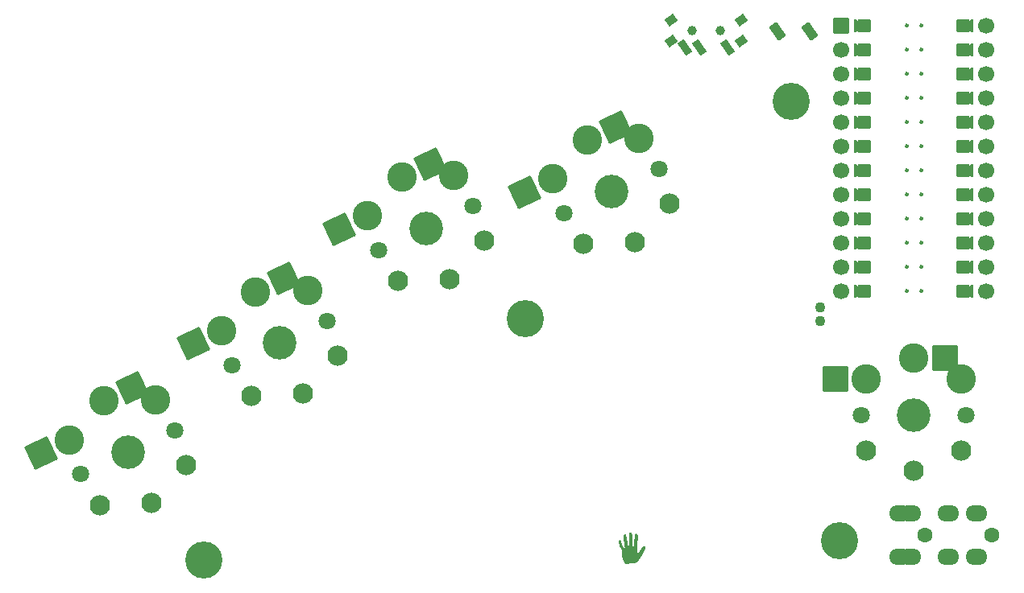
<source format=gbr>
%TF.GenerationSoftware,KiCad,Pcbnew,(6.0.7)*%
%TF.CreationDate,2022-08-09T03:43:16+01:00*%
%TF.ProjectId,digitsbest,64696769-7473-4626-9573-742e6b696361,v1.0.0*%
%TF.SameCoordinates,Original*%
%TF.FileFunction,Soldermask,Top*%
%TF.FilePolarity,Negative*%
%FSLAX46Y46*%
G04 Gerber Fmt 4.6, Leading zero omitted, Abs format (unit mm)*
G04 Created by KiCad (PCBNEW (6.0.7)) date 2022-08-09 03:43:16*
%MOMM*%
%LPD*%
G01*
G04 APERTURE LIST*
G04 Aperture macros list*
%AMRoundRect*
0 Rectangle with rounded corners*
0 $1 Rounding radius*
0 $2 $3 $4 $5 $6 $7 $8 $9 X,Y pos of 4 corners*
0 Add a 4 corners polygon primitive as box body*
4,1,4,$2,$3,$4,$5,$6,$7,$8,$9,$2,$3,0*
0 Add four circle primitives for the rounded corners*
1,1,$1+$1,$2,$3*
1,1,$1+$1,$4,$5*
1,1,$1+$1,$6,$7*
1,1,$1+$1,$8,$9*
0 Add four rect primitives between the rounded corners*
20,1,$1+$1,$2,$3,$4,$5,0*
20,1,$1+$1,$4,$5,$6,$7,0*
20,1,$1+$1,$6,$7,$8,$9,0*
20,1,$1+$1,$8,$9,$2,$3,0*%
%AMFreePoly0*
4,1,14,0.635355,0.435355,0.650000,0.400000,0.650000,0.200000,0.635355,0.164645,0.035355,-0.435355,0.000000,-0.450000,-0.035355,-0.435355,-0.635355,0.164645,-0.650000,0.200000,-0.650000,0.400000,-0.635355,0.435355,-0.600000,0.450000,0.600000,0.450000,0.635355,0.435355,0.635355,0.435355,$1*%
%AMFreePoly1*
4,1,16,0.635355,1.035355,0.650000,1.000000,0.650000,-0.250000,0.635355,-0.285355,0.600000,-0.300000,-0.600000,-0.300000,-0.635355,-0.285355,-0.650000,-0.250000,-0.650000,1.000000,-0.635355,1.035355,-0.600000,1.050000,-0.564645,1.035355,0.000000,0.470710,0.564645,1.035355,0.600000,1.050000,0.635355,1.035355,0.635355,1.035355,$1*%
G04 Aperture macros list end*
%ADD10C,0.250000*%
%ADD11C,0.100000*%
%ADD12C,3.900000*%
%ADD13RoundRect,0.050000X0.118922X-0.954389X0.856158X-0.438170X-0.118922X0.954389X-0.856158X0.438170X0*%
%ADD14C,1.801800*%
%ADD15C,3.100000*%
%ADD16C,3.529000*%
%ADD17RoundRect,0.050000X-1.300000X-1.300000X1.300000X-1.300000X1.300000X1.300000X-1.300000X1.300000X0*%
%ADD18C,1.600000*%
%ADD19O,2.300000X1.700000*%
%ADD20RoundRect,0.050000X-0.628796X-1.727604X1.727604X-0.628796X0.628796X1.727604X-1.727604X0.628796X0*%
%ADD21C,1.100000*%
%ADD22C,2.132000*%
%ADD23FreePoly0,90.000000*%
%ADD24C,1.700000*%
%ADD25FreePoly0,270.000000*%
%ADD26RoundRect,0.050000X-0.800000X0.800000X-0.800000X-0.800000X0.800000X-0.800000X0.800000X0.800000X0*%
%ADD27FreePoly1,270.000000*%
%ADD28FreePoly1,90.000000*%
%ADD29RoundRect,0.050000X0.180145X0.614449X-0.639007X0.040873X-0.180145X-0.614449X0.639007X-0.040873X0*%
%ADD30C,1.000000*%
%ADD31RoundRect,0.050000X-0.143479X0.815116X-0.716886X0.413612X0.143479X-0.815116X0.716886X-0.413612X0*%
G04 APERTURE END LIST*
%TO.C,G\u002A\u002A\u002A*%
G36*
X145419900Y-142887342D02*
G01*
X145464017Y-142911069D01*
X145502410Y-142950975D01*
X145533390Y-143005495D01*
X145555269Y-143073068D01*
X145563934Y-143112971D01*
X145575227Y-143174997D01*
X145583137Y-143236412D01*
X145587925Y-143301316D01*
X145589853Y-143373814D01*
X145589181Y-143458006D01*
X145586172Y-143557996D01*
X145585484Y-143576797D01*
X145581584Y-143709117D01*
X145579555Y-143833500D01*
X145579343Y-143948445D01*
X145580899Y-144052448D01*
X145584170Y-144144008D01*
X145589106Y-144221622D01*
X145595656Y-144283788D01*
X145603767Y-144329004D01*
X145613390Y-144355768D01*
X145626383Y-144373804D01*
X145643910Y-144384113D01*
X145662241Y-144375739D01*
X145683808Y-144348430D01*
X145703200Y-144314120D01*
X145730476Y-144239708D01*
X145746718Y-144150335D01*
X145752153Y-144044991D01*
X145753670Y-144007807D01*
X145758068Y-143955893D01*
X145764649Y-143897874D01*
X145772710Y-143840730D01*
X145780795Y-143780386D01*
X145789507Y-143687809D01*
X145796592Y-143576389D01*
X145802093Y-143445574D01*
X145804621Y-143374632D01*
X145807650Y-143303997D01*
X145810821Y-143248622D01*
X145814358Y-143205896D01*
X145818485Y-143173209D01*
X145823427Y-143147949D01*
X145829407Y-143127507D01*
X145845134Y-143089059D01*
X145877455Y-143038008D01*
X145916387Y-143005065D01*
X145961326Y-142990668D01*
X146011665Y-142995257D01*
X146033626Y-143003158D01*
X146074507Y-143027368D01*
X146108932Y-143059098D01*
X146130270Y-143092889D01*
X146133387Y-143106039D01*
X146138028Y-143137744D01*
X146142995Y-143182492D01*
X146147864Y-143236382D01*
X146152213Y-143295515D01*
X146154046Y-143324218D01*
X146157351Y-143384743D01*
X146158781Y-143435176D01*
X146158174Y-143481499D01*
X146155370Y-143529698D01*
X146150206Y-143585756D01*
X146142523Y-143655657D01*
X146136504Y-143707754D01*
X146129062Y-143770597D01*
X146122115Y-143827685D01*
X146116237Y-143874307D01*
X146112003Y-143905755D01*
X146111987Y-143905867D01*
X146108805Y-143936659D01*
X146105606Y-143982994D01*
X146102623Y-144040432D01*
X146100087Y-144104534D01*
X146098227Y-144170860D01*
X146096288Y-144241187D01*
X146093234Y-144307966D01*
X146089129Y-144359971D01*
X146083740Y-144400027D01*
X146076835Y-144430962D01*
X146072690Y-144449723D01*
X146067256Y-144495372D01*
X146064352Y-144552309D01*
X146063830Y-144616073D01*
X146065543Y-144682201D01*
X146069343Y-144746229D01*
X146075080Y-144803694D01*
X146082607Y-144850133D01*
X146091777Y-144881083D01*
X146109047Y-144912485D01*
X146133863Y-144944966D01*
X146159271Y-144967648D01*
X146181177Y-144976177D01*
X146205300Y-144970033D01*
X146239469Y-144947474D01*
X146276869Y-144910353D01*
X146315037Y-144860798D01*
X146315764Y-144859738D01*
X146346499Y-144817108D01*
X146381126Y-144772206D01*
X146412285Y-144734581D01*
X146416712Y-144729427D01*
X146456820Y-144672964D01*
X146485944Y-144613865D01*
X146509111Y-144556975D01*
X146546730Y-144483798D01*
X146588151Y-144426574D01*
X146635274Y-144382847D01*
X146690000Y-144350158D01*
X146721262Y-144336693D01*
X146749263Y-144329134D01*
X146781167Y-144326532D01*
X146824962Y-144327548D01*
X146871849Y-144331627D01*
X146907369Y-144341441D01*
X146928954Y-144359437D01*
X146939662Y-144388297D01*
X146942551Y-144430705D01*
X146939607Y-144488463D01*
X146928368Y-144546448D01*
X146906857Y-144605063D01*
X146873124Y-144671057D01*
X146867700Y-144680876D01*
X146843412Y-144727780D01*
X146815518Y-144785206D01*
X146787052Y-144846785D01*
X146761052Y-144906149D01*
X146751198Y-144929334D01*
X146727891Y-144983462D01*
X146706043Y-145033304D01*
X146687737Y-145074134D01*
X146675056Y-145101226D01*
X146672696Y-145105933D01*
X146652008Y-145143673D01*
X146622213Y-145194130D01*
X146585334Y-145254135D01*
X146543395Y-145320518D01*
X146498418Y-145390108D01*
X146452425Y-145459734D01*
X146407440Y-145526228D01*
X146365485Y-145586417D01*
X146351005Y-145606919D01*
X146312549Y-145662316D01*
X146274716Y-145718001D01*
X146241215Y-145768480D01*
X146215754Y-145808258D01*
X146207184Y-145821730D01*
X146143267Y-145903731D01*
X146067547Y-145971108D01*
X145978349Y-146025131D01*
X145873994Y-146067070D01*
X145859849Y-146071667D01*
X145815291Y-146086483D01*
X145775280Y-146100235D01*
X145747080Y-146110440D01*
X145713542Y-146120201D01*
X145658703Y-146125436D01*
X145593124Y-146120268D01*
X145513679Y-146104619D01*
X145420332Y-146082285D01*
X145343612Y-146103444D01*
X145335226Y-146105762D01*
X145285275Y-146119716D01*
X145228931Y-146135632D01*
X145176856Y-146150502D01*
X145167698Y-146153091D01*
X145103307Y-146167575D01*
X145048473Y-146171361D01*
X144996600Y-146164332D01*
X144941090Y-146146372D01*
X144933723Y-146143412D01*
X144843138Y-146096119D01*
X144765842Y-146033887D01*
X144701695Y-145956601D01*
X144685128Y-145929607D01*
X144655827Y-145871586D01*
X144625106Y-145799616D01*
X144594345Y-145717252D01*
X144564926Y-145628051D01*
X144538230Y-145535571D01*
X144535141Y-145523969D01*
X144522335Y-145473452D01*
X144512756Y-145429261D01*
X144505647Y-145386129D01*
X144500255Y-145338792D01*
X144495824Y-145281985D01*
X144491598Y-145210443D01*
X144491518Y-145208960D01*
X144484100Y-145079410D01*
X144476889Y-144967657D01*
X144469918Y-144874144D01*
X144463225Y-144799311D01*
X144456845Y-144743600D01*
X144450814Y-144707452D01*
X144449904Y-144703677D01*
X144438744Y-144670224D01*
X144421277Y-144628808D01*
X144400868Y-144587505D01*
X144385462Y-144557067D01*
X144361325Y-144505108D01*
X144333770Y-144442363D01*
X144304482Y-144372970D01*
X144275142Y-144301066D01*
X144247431Y-144230789D01*
X144223034Y-144166276D01*
X144203632Y-144111666D01*
X144190906Y-144071097D01*
X144187625Y-144058862D01*
X144173684Y-144000905D01*
X144161096Y-143939688D01*
X144150863Y-143880846D01*
X144143984Y-143830014D01*
X144141462Y-143792824D01*
X144144339Y-143767242D01*
X144156070Y-143742513D01*
X144180280Y-143713292D01*
X144183208Y-143710174D01*
X144208727Y-143686246D01*
X144230487Y-143674675D01*
X144255339Y-143671663D01*
X144261784Y-143671905D01*
X144301655Y-143684671D01*
X144338301Y-143716036D01*
X144370709Y-143764870D01*
X144397862Y-143830045D01*
X144397905Y-143830174D01*
X144416109Y-143881089D01*
X144438102Y-143936986D01*
X144459133Y-143985787D01*
X144464614Y-143997954D01*
X144482809Y-144040331D01*
X144504837Y-144093685D01*
X144528403Y-144152403D01*
X144551213Y-144210876D01*
X144556248Y-144223947D01*
X144592650Y-144314829D01*
X144625727Y-144390909D01*
X144654943Y-144451076D01*
X144679764Y-144494218D01*
X144699656Y-144519224D01*
X144714027Y-144530230D01*
X144728243Y-144531462D01*
X144750070Y-144521835D01*
X144751045Y-144521322D01*
X144773698Y-144504423D01*
X144786759Y-144485806D01*
X144787177Y-144484388D01*
X144789977Y-144455675D01*
X144787745Y-144412528D01*
X144781035Y-144359387D01*
X144770396Y-144300693D01*
X144756379Y-144240887D01*
X144751214Y-144220652D01*
X144740681Y-144174377D01*
X144731183Y-144124340D01*
X144722543Y-144068736D01*
X144714584Y-144005762D01*
X144707130Y-143933614D01*
X144700002Y-143850487D01*
X144693025Y-143754576D01*
X144686021Y-143644078D01*
X144678814Y-143517189D01*
X144671228Y-143372103D01*
X144668639Y-143319195D01*
X144666158Y-143259442D01*
X144665103Y-143214260D01*
X144665539Y-143180492D01*
X144667530Y-143154984D01*
X144671141Y-143134577D01*
X144676435Y-143116117D01*
X144680502Y-143104787D01*
X144706539Y-143057209D01*
X144740278Y-143025846D01*
X144779447Y-143011633D01*
X144821775Y-143015508D01*
X144864990Y-143038406D01*
X144871848Y-143044067D01*
X144893316Y-143069173D01*
X144911597Y-143104458D01*
X144927558Y-143152379D01*
X144942067Y-143215391D01*
X144955993Y-143295953D01*
X144963174Y-143342330D01*
X144973639Y-143408948D01*
X144982265Y-143461797D01*
X144989764Y-143504686D01*
X144996851Y-143541424D01*
X145004236Y-143575823D01*
X145012634Y-143611693D01*
X145022756Y-143652843D01*
X145032449Y-143695157D01*
X145042467Y-143747742D01*
X145049288Y-143794409D01*
X145051807Y-143828485D01*
X145053258Y-143870251D01*
X145057532Y-143925515D01*
X145063966Y-143987026D01*
X145071891Y-144049541D01*
X145080640Y-144107815D01*
X145089545Y-144156604D01*
X145097937Y-144190664D01*
X145111039Y-144226183D01*
X145131942Y-144265051D01*
X145153718Y-144288188D01*
X145174818Y-144294703D01*
X145193695Y-144283709D01*
X145208800Y-144254317D01*
X145210053Y-144250477D01*
X145213225Y-144240193D01*
X145215793Y-144229479D01*
X145217795Y-144216378D01*
X145219272Y-144198932D01*
X145220264Y-144175184D01*
X145220810Y-144143176D01*
X145220952Y-144100950D01*
X145220728Y-144046548D01*
X145220178Y-143978013D01*
X145219344Y-143893386D01*
X145218264Y-143790710D01*
X145217927Y-143752864D01*
X145217604Y-143668376D01*
X145217847Y-143587032D01*
X145218614Y-143512204D01*
X145219861Y-143447265D01*
X145221548Y-143395587D01*
X145223632Y-143360541D01*
X145224735Y-143348058D01*
X145229297Y-143296180D01*
X145234801Y-143233260D01*
X145240651Y-143166126D01*
X145246251Y-143101607D01*
X145252691Y-143034333D01*
X145259760Y-142983078D01*
X145268745Y-142946138D01*
X145281031Y-142920651D01*
X145298003Y-142903760D01*
X145321048Y-142892604D01*
X145351552Y-142884324D01*
X145371746Y-142881358D01*
X145419900Y-142887342D01*
G37*
D10*
%TO.C,MCU1*%
X174522718Y-92059276D02*
G75*
G03*
X174522718Y-92059276I-125000J0D01*
G01*
X176046718Y-92059276D02*
G75*
G03*
X176046718Y-92059276I-125000J0D01*
G01*
X174522718Y-99679276D02*
G75*
G03*
X174522718Y-99679276I-125000J0D01*
G01*
X176046718Y-117459276D02*
G75*
G03*
X176046718Y-117459276I-125000J0D01*
G01*
X176046718Y-102219276D02*
G75*
G03*
X176046718Y-102219276I-125000J0D01*
G01*
X176046718Y-99679276D02*
G75*
G03*
X176046718Y-99679276I-125000J0D01*
G01*
X176046718Y-109839276D02*
G75*
G03*
X176046718Y-109839276I-125000J0D01*
G01*
X176046718Y-89519276D02*
G75*
G03*
X176046718Y-89519276I-125000J0D01*
G01*
X174522718Y-107299276D02*
G75*
G03*
X174522718Y-107299276I-125000J0D01*
G01*
X174522718Y-104759276D02*
G75*
G03*
X174522718Y-104759276I-125000J0D01*
G01*
X176046718Y-94599276D02*
G75*
G03*
X176046718Y-94599276I-125000J0D01*
G01*
X174522718Y-112379276D02*
G75*
G03*
X174522718Y-112379276I-125000J0D01*
G01*
X174522718Y-102219276D02*
G75*
G03*
X174522718Y-102219276I-125000J0D01*
G01*
X176046718Y-104759276D02*
G75*
G03*
X176046718Y-104759276I-125000J0D01*
G01*
X176046718Y-112379276D02*
G75*
G03*
X176046718Y-112379276I-125000J0D01*
G01*
X174522718Y-114919276D02*
G75*
G03*
X174522718Y-114919276I-125000J0D01*
G01*
X176046718Y-114919276D02*
G75*
G03*
X176046718Y-114919276I-125000J0D01*
G01*
X174522718Y-117459276D02*
G75*
G03*
X174522718Y-117459276I-125000J0D01*
G01*
X176046718Y-97139276D02*
G75*
G03*
X176046718Y-97139276I-125000J0D01*
G01*
X174522718Y-94599276D02*
G75*
G03*
X174522718Y-94599276I-125000J0D01*
G01*
X176046718Y-107299276D02*
G75*
G03*
X176046718Y-107299276I-125000J0D01*
G01*
X174522718Y-109839276D02*
G75*
G03*
X174522718Y-109839276I-125000J0D01*
G01*
X174522718Y-89519276D02*
G75*
G03*
X174522718Y-89519276I-125000J0D01*
G01*
X174522718Y-97139276D02*
G75*
G03*
X174522718Y-97139276I-125000J0D01*
G01*
G36*
X170079718Y-105267276D02*
G01*
X169063718Y-105267276D01*
X169063718Y-104251276D01*
X170079718Y-104251276D01*
X170079718Y-105267276D01*
G37*
D11*
X170079718Y-105267276D02*
X169063718Y-105267276D01*
X169063718Y-104251276D01*
X170079718Y-104251276D01*
X170079718Y-105267276D01*
G36*
X170079718Y-115427276D02*
G01*
X169063718Y-115427276D01*
X169063718Y-114411276D01*
X170079718Y-114411276D01*
X170079718Y-115427276D01*
G37*
X170079718Y-115427276D02*
X169063718Y-115427276D01*
X169063718Y-114411276D01*
X170079718Y-114411276D01*
X170079718Y-115427276D01*
G36*
X181255718Y-92567276D02*
G01*
X180239718Y-92567276D01*
X180239718Y-91551276D01*
X181255718Y-91551276D01*
X181255718Y-92567276D01*
G37*
X181255718Y-92567276D02*
X180239718Y-92567276D01*
X180239718Y-91551276D01*
X181255718Y-91551276D01*
X181255718Y-92567276D01*
G36*
X181255718Y-107807276D02*
G01*
X180239718Y-107807276D01*
X180239718Y-106791276D01*
X181255718Y-106791276D01*
X181255718Y-107807276D01*
G37*
X181255718Y-107807276D02*
X180239718Y-107807276D01*
X180239718Y-106791276D01*
X181255718Y-106791276D01*
X181255718Y-107807276D01*
G36*
X181255718Y-110347276D02*
G01*
X180239718Y-110347276D01*
X180239718Y-109331276D01*
X181255718Y-109331276D01*
X181255718Y-110347276D01*
G37*
X181255718Y-110347276D02*
X180239718Y-110347276D01*
X180239718Y-109331276D01*
X181255718Y-109331276D01*
X181255718Y-110347276D01*
G36*
X170079718Y-107807276D02*
G01*
X169063718Y-107807276D01*
X169063718Y-106791276D01*
X170079718Y-106791276D01*
X170079718Y-107807276D01*
G37*
X170079718Y-107807276D02*
X169063718Y-107807276D01*
X169063718Y-106791276D01*
X170079718Y-106791276D01*
X170079718Y-107807276D01*
G36*
X170079718Y-112887276D02*
G01*
X169063718Y-112887276D01*
X169063718Y-111871276D01*
X170079718Y-111871276D01*
X170079718Y-112887276D01*
G37*
X170079718Y-112887276D02*
X169063718Y-112887276D01*
X169063718Y-111871276D01*
X170079718Y-111871276D01*
X170079718Y-112887276D01*
G36*
X181255718Y-115427276D02*
G01*
X180239718Y-115427276D01*
X180239718Y-114411276D01*
X181255718Y-114411276D01*
X181255718Y-115427276D01*
G37*
X181255718Y-115427276D02*
X180239718Y-115427276D01*
X180239718Y-114411276D01*
X181255718Y-114411276D01*
X181255718Y-115427276D01*
G36*
X181255718Y-100187276D02*
G01*
X180239718Y-100187276D01*
X180239718Y-99171276D01*
X181255718Y-99171276D01*
X181255718Y-100187276D01*
G37*
X181255718Y-100187276D02*
X180239718Y-100187276D01*
X180239718Y-99171276D01*
X181255718Y-99171276D01*
X181255718Y-100187276D01*
G36*
X181255718Y-90027276D02*
G01*
X180239718Y-90027276D01*
X180239718Y-89011276D01*
X181255718Y-89011276D01*
X181255718Y-90027276D01*
G37*
X181255718Y-90027276D02*
X180239718Y-90027276D01*
X180239718Y-89011276D01*
X181255718Y-89011276D01*
X181255718Y-90027276D01*
G36*
X170079718Y-102727276D02*
G01*
X169063718Y-102727276D01*
X169063718Y-101711276D01*
X170079718Y-101711276D01*
X170079718Y-102727276D01*
G37*
X170079718Y-102727276D02*
X169063718Y-102727276D01*
X169063718Y-101711276D01*
X170079718Y-101711276D01*
X170079718Y-102727276D01*
G36*
X181255718Y-97647276D02*
G01*
X180239718Y-97647276D01*
X180239718Y-96631276D01*
X181255718Y-96631276D01*
X181255718Y-97647276D01*
G37*
X181255718Y-97647276D02*
X180239718Y-97647276D01*
X180239718Y-96631276D01*
X181255718Y-96631276D01*
X181255718Y-97647276D01*
G36*
X170079718Y-110347276D02*
G01*
X169063718Y-110347276D01*
X169063718Y-109331276D01*
X170079718Y-109331276D01*
X170079718Y-110347276D01*
G37*
X170079718Y-110347276D02*
X169063718Y-110347276D01*
X169063718Y-109331276D01*
X170079718Y-109331276D01*
X170079718Y-110347276D01*
G36*
X181255718Y-102727276D02*
G01*
X180239718Y-102727276D01*
X180239718Y-101711276D01*
X181255718Y-101711276D01*
X181255718Y-102727276D01*
G37*
X181255718Y-102727276D02*
X180239718Y-102727276D01*
X180239718Y-101711276D01*
X181255718Y-101711276D01*
X181255718Y-102727276D01*
G36*
X170079718Y-95107276D02*
G01*
X169063718Y-95107276D01*
X169063718Y-94091276D01*
X170079718Y-94091276D01*
X170079718Y-95107276D01*
G37*
X170079718Y-95107276D02*
X169063718Y-95107276D01*
X169063718Y-94091276D01*
X170079718Y-94091276D01*
X170079718Y-95107276D01*
G36*
X181255718Y-112887276D02*
G01*
X180239718Y-112887276D01*
X180239718Y-111871276D01*
X181255718Y-111871276D01*
X181255718Y-112887276D01*
G37*
X181255718Y-112887276D02*
X180239718Y-112887276D01*
X180239718Y-111871276D01*
X181255718Y-111871276D01*
X181255718Y-112887276D01*
G36*
X170079718Y-117967276D02*
G01*
X169063718Y-117967276D01*
X169063718Y-116951276D01*
X170079718Y-116951276D01*
X170079718Y-117967276D01*
G37*
X170079718Y-117967276D02*
X169063718Y-117967276D01*
X169063718Y-116951276D01*
X170079718Y-116951276D01*
X170079718Y-117967276D01*
G36*
X170079718Y-100187276D02*
G01*
X169063718Y-100187276D01*
X169063718Y-99171276D01*
X170079718Y-99171276D01*
X170079718Y-100187276D01*
G37*
X170079718Y-100187276D02*
X169063718Y-100187276D01*
X169063718Y-99171276D01*
X170079718Y-99171276D01*
X170079718Y-100187276D01*
G36*
X181255718Y-117967276D02*
G01*
X180239718Y-117967276D01*
X180239718Y-116951276D01*
X181255718Y-116951276D01*
X181255718Y-117967276D01*
G37*
X181255718Y-117967276D02*
X180239718Y-117967276D01*
X180239718Y-116951276D01*
X181255718Y-116951276D01*
X181255718Y-117967276D01*
G36*
X181255718Y-105267276D02*
G01*
X180239718Y-105267276D01*
X180239718Y-104251276D01*
X181255718Y-104251276D01*
X181255718Y-105267276D01*
G37*
X181255718Y-105267276D02*
X180239718Y-105267276D01*
X180239718Y-104251276D01*
X181255718Y-104251276D01*
X181255718Y-105267276D01*
G36*
X170079718Y-97647276D02*
G01*
X169063718Y-97647276D01*
X169063718Y-96631276D01*
X170079718Y-96631276D01*
X170079718Y-97647276D01*
G37*
X170079718Y-97647276D02*
X169063718Y-97647276D01*
X169063718Y-96631276D01*
X170079718Y-96631276D01*
X170079718Y-97647276D01*
G36*
X170079718Y-92567276D02*
G01*
X169063718Y-92567276D01*
X169063718Y-91551276D01*
X170079718Y-91551276D01*
X170079718Y-92567276D01*
G37*
X170079718Y-92567276D02*
X169063718Y-92567276D01*
X169063718Y-91551276D01*
X170079718Y-91551276D01*
X170079718Y-92567276D01*
G36*
X170079718Y-90027276D02*
G01*
X169063718Y-90027276D01*
X169063718Y-89011276D01*
X170079718Y-89011276D01*
X170079718Y-90027276D01*
G37*
X170079718Y-90027276D02*
X169063718Y-90027276D01*
X169063718Y-89011276D01*
X170079718Y-89011276D01*
X170079718Y-90027276D01*
G36*
X181255718Y-95107276D02*
G01*
X180239718Y-95107276D01*
X180239718Y-94091276D01*
X181255718Y-94091276D01*
X181255718Y-95107276D01*
G37*
X181255718Y-95107276D02*
X180239718Y-95107276D01*
X180239718Y-94091276D01*
X181255718Y-94091276D01*
X181255718Y-95107276D01*
%TD*%
D12*
%TO.C,*%
X100584000Y-145796000D03*
%TD*%
%TO.C,*%
X134366000Y-120396000D03*
%TD*%
%TO.C,*%
X162306000Y-97536000D03*
%TD*%
%TO.C,REF\u002A\u002A*%
X167386000Y-143764000D03*
%TD*%
D13*
%TO.C,*%
X164197804Y-90148758D03*
X160797804Y-90148758D03*
%TD*%
D14*
%TO.C,S9*%
X180659717Y-130489275D03*
D15*
X175159717Y-124539275D03*
X170159717Y-126739275D03*
D14*
X169659717Y-130489275D03*
D15*
X180159717Y-126739275D03*
D16*
X175159717Y-130489275D03*
D15*
X175159717Y-124539275D03*
D17*
X178434717Y-124539275D03*
X166884717Y-126739275D03*
%TD*%
D18*
%TO.C,REF\u002A\u002A*%
X183360756Y-143153232D03*
X176360756Y-143153232D03*
D19*
X173660756Y-140853232D03*
X173660756Y-145453232D03*
X174760756Y-145453232D03*
X174760756Y-140853232D03*
X178760756Y-145453232D03*
X178760756Y-140853232D03*
X181760756Y-145453232D03*
X181760756Y-140853232D03*
%TD*%
D15*
%TO.C,S5*%
X111436619Y-117415452D03*
D14*
X103505206Y-125251598D03*
D16*
X108489899Y-122927198D03*
D15*
X105975320Y-117534667D03*
X105975320Y-117534667D03*
D14*
X113474592Y-120602798D03*
D15*
X102373542Y-121641635D03*
D20*
X108943478Y-116150592D03*
X99405384Y-123025710D03*
%TD*%
D15*
%TO.C,S1*%
X146304491Y-101436558D03*
D16*
X143357771Y-106948304D03*
D15*
X140843192Y-101555773D03*
X137241414Y-105662741D03*
X140843192Y-101555773D03*
D14*
X148342464Y-104623904D03*
X138373078Y-109272704D03*
D20*
X143811350Y-100171698D03*
X134273256Y-107046816D03*
%TD*%
D21*
%TO.C,*%
X165354000Y-120638000D03*
X165354000Y-119138000D03*
%TD*%
D14*
%TO.C,S2*%
X148342464Y-104623904D03*
X138373078Y-109272704D03*
D16*
X143357771Y-106948304D03*
D22*
X149495259Y-108279182D03*
X140432181Y-112505365D03*
X145851219Y-112295520D03*
X145851219Y-112295520D03*
%TD*%
D14*
%TO.C,S6*%
X103505206Y-125251598D03*
D16*
X108489899Y-122927198D03*
D14*
X113474592Y-120602798D03*
D22*
X105564309Y-128484259D03*
X114627387Y-124258076D03*
X110983347Y-128274414D03*
X110983347Y-128274414D03*
%TD*%
D23*
%TO.C,MCU1*%
X169317718Y-117459276D03*
X169317718Y-107299276D03*
D24*
X182779718Y-89519276D03*
D23*
X169317718Y-99679276D03*
X169317718Y-114919276D03*
D24*
X182779718Y-114919276D03*
D25*
X181001718Y-114919276D03*
X181001718Y-99679276D03*
X181001718Y-97139276D03*
D23*
X169317718Y-89519276D03*
D25*
X181001718Y-89519276D03*
D24*
X167539718Y-104759276D03*
D25*
X181001718Y-92059276D03*
D24*
X182779718Y-94599276D03*
D23*
X169317718Y-97139276D03*
D24*
X182779718Y-112379276D03*
D23*
X169317718Y-104759276D03*
D24*
X167539718Y-114919276D03*
D25*
X181001718Y-94599276D03*
X181001718Y-117459276D03*
D23*
X169317718Y-92059276D03*
X169317718Y-102219276D03*
X169317718Y-112379276D03*
D24*
X182779718Y-92059276D03*
D25*
X181001718Y-112379276D03*
D23*
X169317718Y-109839276D03*
D26*
X167539718Y-89519276D03*
D24*
X182779718Y-104759276D03*
X167539718Y-94599276D03*
X167539718Y-92059276D03*
D25*
X181001718Y-109839276D03*
D24*
X182779718Y-109839276D03*
X167539718Y-107299276D03*
X167539718Y-99679276D03*
D25*
X181001718Y-104759276D03*
D24*
X182779718Y-107299276D03*
D25*
X181001718Y-102219276D03*
D24*
X167539718Y-89519276D03*
D23*
X169317718Y-94599276D03*
D24*
X167539718Y-102219276D03*
X182779718Y-102219276D03*
X167539718Y-117459276D03*
X182779718Y-97139276D03*
X167539718Y-112379276D03*
X182779718Y-117459276D03*
X167539718Y-97139276D03*
D25*
X181001718Y-107299276D03*
D24*
X167539718Y-109839276D03*
X182779718Y-99679276D03*
D27*
X179985718Y-89519276D03*
X179985718Y-92059276D03*
X179985718Y-94599276D03*
X179985718Y-97139276D03*
X179985718Y-99679276D03*
X179985718Y-102219276D03*
X179985718Y-104759276D03*
X179985718Y-107299276D03*
X179985718Y-109839276D03*
X179985718Y-112379276D03*
X179985718Y-114919276D03*
X179985718Y-117459276D03*
D28*
X170333718Y-117459276D03*
X170333718Y-114919276D03*
X170333718Y-112379276D03*
X170333718Y-109839276D03*
X170333718Y-107299276D03*
X170333718Y-104759276D03*
X170333718Y-102219276D03*
X170333718Y-99679276D03*
X170333718Y-97139276D03*
X170333718Y-94599276D03*
X170333718Y-92059276D03*
X170333718Y-89519276D03*
%TD*%
D14*
%TO.C,S8*%
X97533612Y-132094420D03*
X87564226Y-136743220D03*
D16*
X92548919Y-134418820D03*
D22*
X98686407Y-135749698D03*
X89623329Y-139975881D03*
X95042367Y-139766036D03*
X95042367Y-139766036D03*
%TD*%
D14*
%TO.C,S10*%
X180659717Y-130489275D03*
X169659717Y-130489275D03*
D16*
X175159717Y-130489275D03*
D22*
X170159717Y-134289275D03*
X180159717Y-134289275D03*
X175159717Y-136389275D03*
X175159717Y-136389275D03*
%TD*%
D29*
%TO.C,*%
X156992105Y-91138121D03*
X156992105Y-88928121D03*
X149692105Y-88928121D03*
X149692105Y-91138121D03*
D30*
X151842105Y-90028121D03*
X154842105Y-90028121D03*
X154842105Y-90028121D03*
X151842105Y-90028121D03*
D31*
X155592105Y-91788121D03*
X152592105Y-91788121D03*
X151092105Y-91788121D03*
%TD*%
D16*
%TO.C,S3*%
X123874405Y-110843247D03*
D15*
X117758048Y-109557684D03*
X121359826Y-105450716D03*
D14*
X128859098Y-108518847D03*
X118889712Y-113167647D03*
D15*
X126821125Y-105331501D03*
X121359826Y-105450716D03*
D20*
X124327984Y-104066641D03*
X114789890Y-110941759D03*
%TD*%
D15*
%TO.C,S7*%
X95495639Y-128907074D03*
X90034340Y-129026289D03*
D14*
X87564226Y-136743220D03*
X97533612Y-132094420D03*
D15*
X86432562Y-133133257D03*
X90034340Y-129026289D03*
D16*
X92548919Y-134418820D03*
D20*
X93002498Y-127642214D03*
X83464404Y-134517332D03*
%TD*%
D14*
%TO.C,S4*%
X118889712Y-113167647D03*
X128859098Y-108518847D03*
D16*
X123874405Y-110843247D03*
D22*
X120948815Y-116400308D03*
X130011893Y-112174125D03*
X126367853Y-116190463D03*
X126367853Y-116190463D03*
%TD*%
M02*

</source>
